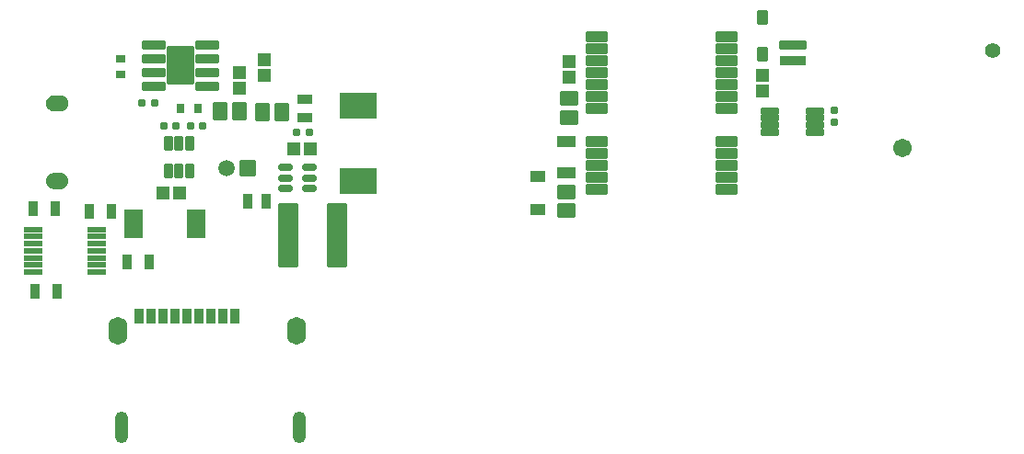
<source format=gbr>
%TF.GenerationSoftware,KiCad,Pcbnew,8.0.3*%
%TF.CreationDate,2025-01-08T01:15:00+05:30*%
%TF.ProjectId,gps,6770732e-6b69-4636-9164-5f7063625858,rev?*%
%TF.SameCoordinates,Original*%
%TF.FileFunction,Soldermask,Top*%
%TF.FilePolarity,Negative*%
%FSLAX46Y46*%
G04 Gerber Fmt 4.6, Leading zero omitted, Abs format (unit mm)*
G04 Created by KiCad (PCBNEW 8.0.3) date 2025-01-08 01:15:00*
%MOMM*%
%LPD*%
G01*
G04 APERTURE LIST*
G04 Aperture macros list*
%AMRoundRect*
0 Rectangle with rounded corners*
0 $1 Rounding radius*
0 $2 $3 $4 $5 $6 $7 $8 $9 X,Y pos of 4 corners*
0 Add a 4 corners polygon primitive as box body*
4,1,4,$2,$3,$4,$5,$6,$7,$8,$9,$2,$3,0*
0 Add four circle primitives for the rounded corners*
1,1,$1+$1,$2,$3*
1,1,$1+$1,$4,$5*
1,1,$1+$1,$6,$7*
1,1,$1+$1,$8,$9*
0 Add four rect primitives between the rounded corners*
20,1,$1+$1,$2,$3,$4,$5,0*
20,1,$1+$1,$4,$5,$6,$7,0*
20,1,$1+$1,$6,$7,$8,$9,0*
20,1,$1+$1,$8,$9,$2,$3,0*%
G04 Aperture macros list end*
%ADD10C,0.010000*%
%ADD11RoundRect,0.155000X0.212500X0.155000X-0.212500X0.155000X-0.212500X-0.155000X0.212500X-0.155000X0*%
%ADD12RoundRect,0.155000X-0.155000X0.212500X-0.155000X-0.212500X0.155000X-0.212500X0.155000X0.212500X0*%
%ADD13RoundRect,0.102000X0.510000X-0.520000X0.510000X0.520000X-0.510000X0.520000X-0.510000X-0.520000X0*%
%ADD14R,1.470000X0.970000*%
%ADD15RoundRect,0.102000X-0.550000X-0.725000X0.550000X-0.725000X0.550000X0.725000X-0.550000X0.725000X0*%
%ADD16RoundRect,0.102000X0.295000X-0.605000X0.295000X0.605000X-0.295000X0.605000X-0.295000X-0.605000X0*%
%ADD17RoundRect,0.102000X1.100000X0.325000X-1.100000X0.325000X-1.100000X-0.325000X1.100000X-0.325000X0*%
%ADD18RoundRect,0.102000X1.150000X0.325000X-1.150000X0.325000X-1.150000X-0.325000X1.150000X-0.325000X0*%
%ADD19R,0.950000X1.450000*%
%ADD20RoundRect,0.102000X0.550000X0.725000X-0.550000X0.725000X-0.550000X-0.725000X0.550000X-0.725000X0*%
%ADD21RoundRect,0.102000X-0.350000X-0.600000X0.350000X-0.600000X0.350000X0.600000X-0.350000X0.600000X0*%
%ADD22O,1.754000X2.554000*%
%ADD23O,1.254000X2.904000*%
%ADD24RoundRect,0.102000X-0.900000X-0.400000X0.900000X-0.400000X0.900000X0.400000X-0.900000X0.400000X0*%
%ADD25R,0.900000X0.650000*%
%ADD26RoundRect,0.102000X-0.735000X0.600000X-0.735000X-0.600000X0.735000X-0.600000X0.735000X0.600000X0*%
%ADD27RoundRect,0.102000X-0.520000X-0.510000X0.520000X-0.510000X0.520000X0.510000X-0.520000X0.510000X0*%
%ADD28RoundRect,0.102000X-0.510000X0.520000X-0.510000X-0.520000X0.510000X-0.520000X0.510000X0.520000X0*%
%ADD29RoundRect,0.173500X-0.678500X-0.173500X0.678500X-0.173500X0.678500X0.173500X-0.678500X0.173500X0*%
%ADD30RoundRect,0.102000X-0.850000X-2.850000X0.850000X-2.850000X0.850000X2.850000X-0.850000X2.850000X0*%
%ADD31RoundRect,0.160000X0.197500X0.160000X-0.197500X0.160000X-0.197500X-0.160000X0.197500X-0.160000X0*%
%ADD32RoundRect,0.102000X0.725000X-0.550000X0.725000X0.550000X-0.725000X0.550000X-0.725000X-0.550000X0*%
%ADD33R,0.970000X1.470000*%
%ADD34RoundRect,0.075500X-0.806500X-0.226500X0.806500X-0.226500X0.806500X0.226500X-0.806500X0.226500X0*%
%ADD35RoundRect,0.102000X-0.654000X-0.654000X0.654000X-0.654000X0.654000X0.654000X-0.654000X0.654000X0*%
%ADD36C,1.512000*%
%ADD37R,1.447800X1.066800*%
%ADD38RoundRect,0.100500X-0.986500X-0.301500X0.986500X-0.301500X0.986500X0.301500X-0.986500X0.301500X0*%
%ADD39RoundRect,0.102000X-1.206500X-1.651000X1.206500X-1.651000X1.206500X1.651000X-1.206500X1.651000X0*%
%ADD40RoundRect,0.102000X0.365000X-0.605000X0.365000X0.605000X-0.365000X0.605000X-0.365000X-0.605000X0*%
%ADD41R,1.750000X1.050000*%
%ADD42RoundRect,0.102000X0.736600X0.177800X-0.736600X0.177800X-0.736600X-0.177800X0.736600X-0.177800X0*%
%ADD43RoundRect,0.150000X0.512500X0.150000X-0.512500X0.150000X-0.512500X-0.150000X0.512500X-0.150000X0*%
%ADD44R,0.800000X0.950000*%
%ADD45RoundRect,0.102000X-1.590000X1.125000X-1.590000X-1.125000X1.590000X-1.125000X1.590000X1.125000X0*%
%ADD46C,1.704000*%
%ADD47C,1.404000*%
G04 APERTURE END LIST*
D10*
%TO.C,J1*%
X121647800Y-64894800D02*
X121683800Y-64897800D01*
X121720800Y-64902800D01*
X121756800Y-64908800D01*
X121791800Y-64917800D01*
X121826800Y-64927800D01*
X121861800Y-64939800D01*
X121895800Y-64954800D01*
X121928800Y-64969800D01*
X121960800Y-64987800D01*
X121991800Y-65006800D01*
X122021800Y-65027800D01*
X122051800Y-65049800D01*
X122078800Y-65073800D01*
X122105800Y-65098800D01*
X122130800Y-65125800D01*
X122154800Y-65152800D01*
X122176800Y-65182800D01*
X122197800Y-65212800D01*
X122216800Y-65243800D01*
X122234800Y-65275800D01*
X122249800Y-65308800D01*
X122264800Y-65342800D01*
X122276800Y-65377800D01*
X122286800Y-65412800D01*
X122295800Y-65447800D01*
X122301800Y-65483800D01*
X122306800Y-65520800D01*
X122309800Y-65556800D01*
X122310800Y-65593800D01*
X122309800Y-65630800D01*
X122306800Y-65666800D01*
X122301800Y-65703800D01*
X122295800Y-65739800D01*
X122286800Y-65774800D01*
X122276800Y-65809800D01*
X122264800Y-65844800D01*
X122249800Y-65878800D01*
X122234800Y-65911800D01*
X122216800Y-65943800D01*
X122197800Y-65974800D01*
X122176800Y-66004800D01*
X122154800Y-66034800D01*
X122130800Y-66061800D01*
X122105800Y-66088800D01*
X122078800Y-66113800D01*
X122051800Y-66137800D01*
X122021800Y-66159800D01*
X121991800Y-66180800D01*
X121960800Y-66199800D01*
X121928800Y-66217800D01*
X121895800Y-66232800D01*
X121861800Y-66247800D01*
X121826800Y-66259800D01*
X121791800Y-66269800D01*
X121756800Y-66278800D01*
X121720800Y-66284800D01*
X121683800Y-66289800D01*
X121647800Y-66292800D01*
X121610800Y-66293800D01*
X121060800Y-66293800D01*
X121023800Y-66292800D01*
X120987800Y-66289800D01*
X120950800Y-66284800D01*
X120914800Y-66278800D01*
X120879800Y-66269800D01*
X120844800Y-66259800D01*
X120809800Y-66247800D01*
X120775800Y-66232800D01*
X120742800Y-66217800D01*
X120710800Y-66199800D01*
X120679800Y-66180800D01*
X120649800Y-66159800D01*
X120619800Y-66137800D01*
X120592800Y-66113800D01*
X120565800Y-66088800D01*
X120540800Y-66061800D01*
X120516800Y-66034800D01*
X120494800Y-66004800D01*
X120473800Y-65974800D01*
X120454800Y-65943800D01*
X120436800Y-65911800D01*
X120421800Y-65878800D01*
X120406800Y-65844800D01*
X120394800Y-65809800D01*
X120384800Y-65774800D01*
X120375800Y-65739800D01*
X120369800Y-65703800D01*
X120364800Y-65666800D01*
X120361800Y-65630800D01*
X120360800Y-65593800D01*
X120361800Y-65556800D01*
X120364800Y-65520800D01*
X120369800Y-65483800D01*
X120375800Y-65447800D01*
X120384800Y-65412800D01*
X120394800Y-65377800D01*
X120406800Y-65342800D01*
X120421800Y-65308800D01*
X120436800Y-65275800D01*
X120454800Y-65243800D01*
X120473800Y-65212800D01*
X120494800Y-65182800D01*
X120516800Y-65152800D01*
X120540800Y-65125800D01*
X120565800Y-65098800D01*
X120592800Y-65073800D01*
X120619800Y-65049800D01*
X120649800Y-65027800D01*
X120679800Y-65006800D01*
X120710800Y-64987800D01*
X120742800Y-64969800D01*
X120775800Y-64954800D01*
X120809800Y-64939800D01*
X120844800Y-64927800D01*
X120879800Y-64917800D01*
X120914800Y-64908800D01*
X120950800Y-64902800D01*
X120987800Y-64897800D01*
X121023800Y-64894800D01*
X121060800Y-64893800D01*
X121610800Y-64893800D01*
X121647800Y-64894800D01*
G36*
X121647800Y-64894800D02*
G01*
X121683800Y-64897800D01*
X121720800Y-64902800D01*
X121756800Y-64908800D01*
X121791800Y-64917800D01*
X121826800Y-64927800D01*
X121861800Y-64939800D01*
X121895800Y-64954800D01*
X121928800Y-64969800D01*
X121960800Y-64987800D01*
X121991800Y-65006800D01*
X122021800Y-65027800D01*
X122051800Y-65049800D01*
X122078800Y-65073800D01*
X122105800Y-65098800D01*
X122130800Y-65125800D01*
X122154800Y-65152800D01*
X122176800Y-65182800D01*
X122197800Y-65212800D01*
X122216800Y-65243800D01*
X122234800Y-65275800D01*
X122249800Y-65308800D01*
X122264800Y-65342800D01*
X122276800Y-65377800D01*
X122286800Y-65412800D01*
X122295800Y-65447800D01*
X122301800Y-65483800D01*
X122306800Y-65520800D01*
X122309800Y-65556800D01*
X122310800Y-65593800D01*
X122309800Y-65630800D01*
X122306800Y-65666800D01*
X122301800Y-65703800D01*
X122295800Y-65739800D01*
X122286800Y-65774800D01*
X122276800Y-65809800D01*
X122264800Y-65844800D01*
X122249800Y-65878800D01*
X122234800Y-65911800D01*
X122216800Y-65943800D01*
X122197800Y-65974800D01*
X122176800Y-66004800D01*
X122154800Y-66034800D01*
X122130800Y-66061800D01*
X122105800Y-66088800D01*
X122078800Y-66113800D01*
X122051800Y-66137800D01*
X122021800Y-66159800D01*
X121991800Y-66180800D01*
X121960800Y-66199800D01*
X121928800Y-66217800D01*
X121895800Y-66232800D01*
X121861800Y-66247800D01*
X121826800Y-66259800D01*
X121791800Y-66269800D01*
X121756800Y-66278800D01*
X121720800Y-66284800D01*
X121683800Y-66289800D01*
X121647800Y-66292800D01*
X121610800Y-66293800D01*
X121060800Y-66293800D01*
X121023800Y-66292800D01*
X120987800Y-66289800D01*
X120950800Y-66284800D01*
X120914800Y-66278800D01*
X120879800Y-66269800D01*
X120844800Y-66259800D01*
X120809800Y-66247800D01*
X120775800Y-66232800D01*
X120742800Y-66217800D01*
X120710800Y-66199800D01*
X120679800Y-66180800D01*
X120649800Y-66159800D01*
X120619800Y-66137800D01*
X120592800Y-66113800D01*
X120565800Y-66088800D01*
X120540800Y-66061800D01*
X120516800Y-66034800D01*
X120494800Y-66004800D01*
X120473800Y-65974800D01*
X120454800Y-65943800D01*
X120436800Y-65911800D01*
X120421800Y-65878800D01*
X120406800Y-65844800D01*
X120394800Y-65809800D01*
X120384800Y-65774800D01*
X120375800Y-65739800D01*
X120369800Y-65703800D01*
X120364800Y-65666800D01*
X120361800Y-65630800D01*
X120360800Y-65593800D01*
X120361800Y-65556800D01*
X120364800Y-65520800D01*
X120369800Y-65483800D01*
X120375800Y-65447800D01*
X120384800Y-65412800D01*
X120394800Y-65377800D01*
X120406800Y-65342800D01*
X120421800Y-65308800D01*
X120436800Y-65275800D01*
X120454800Y-65243800D01*
X120473800Y-65212800D01*
X120494800Y-65182800D01*
X120516800Y-65152800D01*
X120540800Y-65125800D01*
X120565800Y-65098800D01*
X120592800Y-65073800D01*
X120619800Y-65049800D01*
X120649800Y-65027800D01*
X120679800Y-65006800D01*
X120710800Y-64987800D01*
X120742800Y-64969800D01*
X120775800Y-64954800D01*
X120809800Y-64939800D01*
X120844800Y-64927800D01*
X120879800Y-64917800D01*
X120914800Y-64908800D01*
X120950800Y-64902800D01*
X120987800Y-64897800D01*
X121023800Y-64894800D01*
X121060800Y-64893800D01*
X121610800Y-64893800D01*
X121647800Y-64894800D01*
G37*
X121647800Y-72044800D02*
X121683800Y-72047800D01*
X121720800Y-72052800D01*
X121756800Y-72058800D01*
X121791800Y-72067800D01*
X121826800Y-72077800D01*
X121861800Y-72089800D01*
X121895800Y-72104800D01*
X121928800Y-72119800D01*
X121960800Y-72137800D01*
X121991800Y-72156800D01*
X122021800Y-72177800D01*
X122051800Y-72199800D01*
X122078800Y-72223800D01*
X122105800Y-72248800D01*
X122130800Y-72275800D01*
X122154800Y-72302800D01*
X122176800Y-72332800D01*
X122197800Y-72362800D01*
X122216800Y-72393800D01*
X122234800Y-72425800D01*
X122249800Y-72458800D01*
X122264800Y-72492800D01*
X122276800Y-72527800D01*
X122286800Y-72562800D01*
X122295800Y-72597800D01*
X122301800Y-72633800D01*
X122306800Y-72670800D01*
X122309800Y-72706800D01*
X122310800Y-72743800D01*
X122309800Y-72780800D01*
X122306800Y-72816800D01*
X122301800Y-72853800D01*
X122295800Y-72889800D01*
X122286800Y-72924800D01*
X122276800Y-72959800D01*
X122264800Y-72994800D01*
X122249800Y-73028800D01*
X122234800Y-73061800D01*
X122216800Y-73093800D01*
X122197800Y-73124800D01*
X122176800Y-73154800D01*
X122154800Y-73184800D01*
X122130800Y-73211800D01*
X122105800Y-73238800D01*
X122078800Y-73263800D01*
X122051800Y-73287800D01*
X122021800Y-73309800D01*
X121991800Y-73330800D01*
X121960800Y-73349800D01*
X121928800Y-73367800D01*
X121895800Y-73382800D01*
X121861800Y-73397800D01*
X121826800Y-73409800D01*
X121791800Y-73419800D01*
X121756800Y-73428800D01*
X121720800Y-73434800D01*
X121683800Y-73439800D01*
X121647800Y-73442800D01*
X121610800Y-73443800D01*
X121060800Y-73443800D01*
X121023800Y-73442800D01*
X120987800Y-73439800D01*
X120950800Y-73434800D01*
X120914800Y-73428800D01*
X120879800Y-73419800D01*
X120844800Y-73409800D01*
X120809800Y-73397800D01*
X120775800Y-73382800D01*
X120742800Y-73367800D01*
X120710800Y-73349800D01*
X120679800Y-73330800D01*
X120649800Y-73309800D01*
X120619800Y-73287800D01*
X120592800Y-73263800D01*
X120565800Y-73238800D01*
X120540800Y-73211800D01*
X120516800Y-73184800D01*
X120494800Y-73154800D01*
X120473800Y-73124800D01*
X120454800Y-73093800D01*
X120436800Y-73061800D01*
X120421800Y-73028800D01*
X120406800Y-72994800D01*
X120394800Y-72959800D01*
X120384800Y-72924800D01*
X120375800Y-72889800D01*
X120369800Y-72853800D01*
X120364800Y-72816800D01*
X120361800Y-72780800D01*
X120360800Y-72743800D01*
X120361800Y-72706800D01*
X120364800Y-72670800D01*
X120369800Y-72633800D01*
X120375800Y-72597800D01*
X120384800Y-72562800D01*
X120394800Y-72527800D01*
X120406800Y-72492800D01*
X120421800Y-72458800D01*
X120436800Y-72425800D01*
X120454800Y-72393800D01*
X120473800Y-72362800D01*
X120494800Y-72332800D01*
X120516800Y-72302800D01*
X120540800Y-72275800D01*
X120565800Y-72248800D01*
X120592800Y-72223800D01*
X120619800Y-72199800D01*
X120649800Y-72177800D01*
X120679800Y-72156800D01*
X120710800Y-72137800D01*
X120742800Y-72119800D01*
X120775800Y-72104800D01*
X120809800Y-72089800D01*
X120844800Y-72077800D01*
X120879800Y-72067800D01*
X120914800Y-72058800D01*
X120950800Y-72052800D01*
X120987800Y-72047800D01*
X121023800Y-72044800D01*
X121060800Y-72043800D01*
X121610800Y-72043800D01*
X121647800Y-72044800D01*
G36*
X121647800Y-72044800D02*
G01*
X121683800Y-72047800D01*
X121720800Y-72052800D01*
X121756800Y-72058800D01*
X121791800Y-72067800D01*
X121826800Y-72077800D01*
X121861800Y-72089800D01*
X121895800Y-72104800D01*
X121928800Y-72119800D01*
X121960800Y-72137800D01*
X121991800Y-72156800D01*
X122021800Y-72177800D01*
X122051800Y-72199800D01*
X122078800Y-72223800D01*
X122105800Y-72248800D01*
X122130800Y-72275800D01*
X122154800Y-72302800D01*
X122176800Y-72332800D01*
X122197800Y-72362800D01*
X122216800Y-72393800D01*
X122234800Y-72425800D01*
X122249800Y-72458800D01*
X122264800Y-72492800D01*
X122276800Y-72527800D01*
X122286800Y-72562800D01*
X122295800Y-72597800D01*
X122301800Y-72633800D01*
X122306800Y-72670800D01*
X122309800Y-72706800D01*
X122310800Y-72743800D01*
X122309800Y-72780800D01*
X122306800Y-72816800D01*
X122301800Y-72853800D01*
X122295800Y-72889800D01*
X122286800Y-72924800D01*
X122276800Y-72959800D01*
X122264800Y-72994800D01*
X122249800Y-73028800D01*
X122234800Y-73061800D01*
X122216800Y-73093800D01*
X122197800Y-73124800D01*
X122176800Y-73154800D01*
X122154800Y-73184800D01*
X122130800Y-73211800D01*
X122105800Y-73238800D01*
X122078800Y-73263800D01*
X122051800Y-73287800D01*
X122021800Y-73309800D01*
X121991800Y-73330800D01*
X121960800Y-73349800D01*
X121928800Y-73367800D01*
X121895800Y-73382800D01*
X121861800Y-73397800D01*
X121826800Y-73409800D01*
X121791800Y-73419800D01*
X121756800Y-73428800D01*
X121720800Y-73434800D01*
X121683800Y-73439800D01*
X121647800Y-73442800D01*
X121610800Y-73443800D01*
X121060800Y-73443800D01*
X121023800Y-73442800D01*
X120987800Y-73439800D01*
X120950800Y-73434800D01*
X120914800Y-73428800D01*
X120879800Y-73419800D01*
X120844800Y-73409800D01*
X120809800Y-73397800D01*
X120775800Y-73382800D01*
X120742800Y-73367800D01*
X120710800Y-73349800D01*
X120679800Y-73330800D01*
X120649800Y-73309800D01*
X120619800Y-73287800D01*
X120592800Y-73263800D01*
X120565800Y-73238800D01*
X120540800Y-73211800D01*
X120516800Y-73184800D01*
X120494800Y-73154800D01*
X120473800Y-73124800D01*
X120454800Y-73093800D01*
X120436800Y-73061800D01*
X120421800Y-73028800D01*
X120406800Y-72994800D01*
X120394800Y-72959800D01*
X120384800Y-72924800D01*
X120375800Y-72889800D01*
X120369800Y-72853800D01*
X120364800Y-72816800D01*
X120361800Y-72780800D01*
X120360800Y-72743800D01*
X120361800Y-72706800D01*
X120364800Y-72670800D01*
X120369800Y-72633800D01*
X120375800Y-72597800D01*
X120384800Y-72562800D01*
X120394800Y-72527800D01*
X120406800Y-72492800D01*
X120421800Y-72458800D01*
X120436800Y-72425800D01*
X120454800Y-72393800D01*
X120473800Y-72362800D01*
X120494800Y-72332800D01*
X120516800Y-72302800D01*
X120540800Y-72275800D01*
X120565800Y-72248800D01*
X120592800Y-72223800D01*
X120619800Y-72199800D01*
X120649800Y-72177800D01*
X120679800Y-72156800D01*
X120710800Y-72137800D01*
X120742800Y-72119800D01*
X120775800Y-72104800D01*
X120809800Y-72089800D01*
X120844800Y-72077800D01*
X120879800Y-72067800D01*
X120914800Y-72058800D01*
X120950800Y-72052800D01*
X120987800Y-72047800D01*
X121023800Y-72044800D01*
X121060800Y-72043800D01*
X121610800Y-72043800D01*
X121647800Y-72044800D01*
G37*
%TD*%
D11*
%TO.C,C17*%
X132327900Y-67665600D03*
X131192900Y-67665600D03*
%TD*%
D12*
%TO.C,C15*%
X192786000Y-66234500D03*
X192786000Y-67369500D03*
%TD*%
D13*
%TO.C,R18*%
X186182000Y-64489000D03*
X186182000Y-63019000D03*
%TD*%
D14*
%TO.C,C19*%
X144181000Y-65260800D03*
X144181000Y-66920800D03*
%TD*%
D15*
%TO.C,D3*%
X142033000Y-66421000D03*
X140233000Y-66421000D03*
%TD*%
D16*
%TO.C,U8*%
X131635000Y-71836400D03*
X132585000Y-71836400D03*
X133535000Y-71836400D03*
X133535000Y-69326400D03*
X132585000Y-69326400D03*
X131635000Y-69326400D03*
%TD*%
D17*
%TO.C,BT2*%
X188976000Y-61722000D03*
D18*
X189026000Y-60222000D03*
%TD*%
D19*
%TO.C,R21*%
X129794000Y-80213200D03*
X127794000Y-80213200D03*
%TD*%
D20*
%TO.C,D5*%
X136321400Y-66370200D03*
X138121400Y-66370200D03*
%TD*%
D19*
%TO.C,R23*%
X121345200Y-82931000D03*
X119345200Y-82931000D03*
%TD*%
D11*
%TO.C,C16*%
X130321300Y-65557400D03*
X129186300Y-65557400D03*
%TD*%
D21*
%TO.C,J5*%
X137713250Y-85232500D03*
X136613250Y-85232500D03*
X135513250Y-85232500D03*
X134413250Y-85232500D03*
X133313250Y-85232500D03*
X132213250Y-85232500D03*
X131113250Y-85232500D03*
X130013250Y-85232500D03*
X128913250Y-85232500D03*
D22*
X126963250Y-86582500D03*
X143413250Y-86582500D03*
D23*
X127263250Y-95482500D03*
X143663250Y-95482500D03*
%TD*%
D24*
%TO.C,U5*%
X170960000Y-59530000D03*
X170960000Y-60630000D03*
X170960000Y-61730000D03*
X170960000Y-62830000D03*
X170960000Y-63930000D03*
X170960000Y-65030000D03*
X170960000Y-66130000D03*
X170960000Y-69130000D03*
X170960000Y-70230000D03*
X170960000Y-71330000D03*
X170960000Y-72430000D03*
X170960000Y-73530000D03*
X182960000Y-73530000D03*
X182960000Y-72430000D03*
X182960000Y-71330000D03*
X182960000Y-70230000D03*
X182960000Y-69130000D03*
X182960000Y-66130000D03*
X182960000Y-65030000D03*
X182960000Y-63930000D03*
X182960000Y-62830000D03*
X182960000Y-61730000D03*
X182960000Y-60630000D03*
X182960000Y-59530000D03*
%TD*%
D19*
%TO.C,R22*%
X121192800Y-75285600D03*
X119192800Y-75285600D03*
%TD*%
D13*
%TO.C,R14*%
X168402000Y-63219000D03*
X168402000Y-61749000D03*
%TD*%
D25*
%TO.C,R13*%
X127213800Y-62980400D03*
X127213800Y-61530400D03*
%TD*%
D26*
%TO.C,L1*%
X168148000Y-73816000D03*
X168148000Y-75536000D03*
%TD*%
D27*
%TO.C,R12*%
X131128600Y-73888600D03*
X132598600Y-73888600D03*
%TD*%
D28*
%TO.C,R11*%
X140447200Y-61569600D03*
X140447200Y-63039600D03*
%TD*%
D29*
%TO.C,U6*%
X186871000Y-66335000D03*
X186871000Y-66985000D03*
X186871000Y-67635000D03*
X186871000Y-68285000D03*
X191081000Y-68285000D03*
X191081000Y-67635000D03*
X191081000Y-66985000D03*
X191081000Y-66335000D03*
%TD*%
D30*
%TO.C,L2*%
X142591400Y-77749400D03*
X147091400Y-77749400D03*
%TD*%
D31*
%TO.C,R26*%
X144600700Y-68326000D03*
X143405700Y-68326000D03*
%TD*%
D32*
%TO.C,D4*%
X168402000Y-65140000D03*
X168402000Y-66940000D03*
%TD*%
D33*
%TO.C,C2*%
X138931400Y-74650600D03*
X140591400Y-74650600D03*
%TD*%
D34*
%TO.C,Q3*%
X128397800Y-75783800D03*
X128397800Y-76433800D03*
X128397800Y-77083800D03*
X128397800Y-77733800D03*
X134157800Y-77733800D03*
X134157800Y-77083800D03*
X134157800Y-76433800D03*
X134157800Y-75783800D03*
%TD*%
D35*
%TO.C,J2*%
X138932600Y-71568400D03*
D36*
X136932600Y-71568400D03*
%TD*%
D37*
%TO.C,AE2*%
X165580000Y-72392000D03*
X165580000Y-75440000D03*
%TD*%
D38*
%TO.C,U7*%
X130261800Y-60223400D03*
X130261800Y-61493400D03*
X130261800Y-62763400D03*
X130261800Y-64033400D03*
X135211800Y-64033400D03*
X135211800Y-62763400D03*
X135211800Y-61493400D03*
X135211800Y-60223400D03*
D39*
X132736800Y-62128400D03*
%TD*%
D28*
%TO.C,R1*%
X138110400Y-62792000D03*
X138110400Y-64262000D03*
%TD*%
D40*
%TO.C,D1*%
X186182000Y-57756000D03*
X186182000Y-61116000D03*
%TD*%
D27*
%TO.C,R20*%
X143142800Y-69824600D03*
X144612800Y-69824600D03*
%TD*%
D19*
%TO.C,R15*%
X126374400Y-75565000D03*
X124374400Y-75565000D03*
%TD*%
D11*
%TO.C,C18*%
X134740900Y-67665600D03*
X133605900Y-67665600D03*
%TD*%
D41*
%TO.C,R24*%
X168148000Y-69162000D03*
X168148000Y-72062000D03*
%TD*%
D42*
%TO.C,U9*%
X125044200Y-81153000D03*
X125044200Y-80492600D03*
X125044200Y-79857600D03*
X125044200Y-79197200D03*
X125044200Y-78536800D03*
X125044200Y-77901800D03*
X125044200Y-77241400D03*
X119202200Y-77241400D03*
X119202200Y-77901800D03*
X119202200Y-78536800D03*
X119202200Y-79197200D03*
X119202200Y-79857600D03*
X119202200Y-80492600D03*
X119202200Y-81153000D03*
%TD*%
D43*
%TO.C,U10*%
X144607300Y-73455700D03*
X144607300Y-72505700D03*
X144607300Y-71555700D03*
X142332300Y-71555700D03*
X142332300Y-72505700D03*
X142332300Y-73455700D03*
%TD*%
D44*
%TO.C,R25*%
X132713000Y-66090800D03*
X134313000Y-66090800D03*
%TD*%
D45*
%TO.C,D2*%
X149083200Y-72745600D03*
X149083200Y-65835600D03*
%TD*%
D46*
%TO.C,J4*%
X199075400Y-69737400D03*
D47*
X207375400Y-60737400D03*
%TD*%
M02*

</source>
